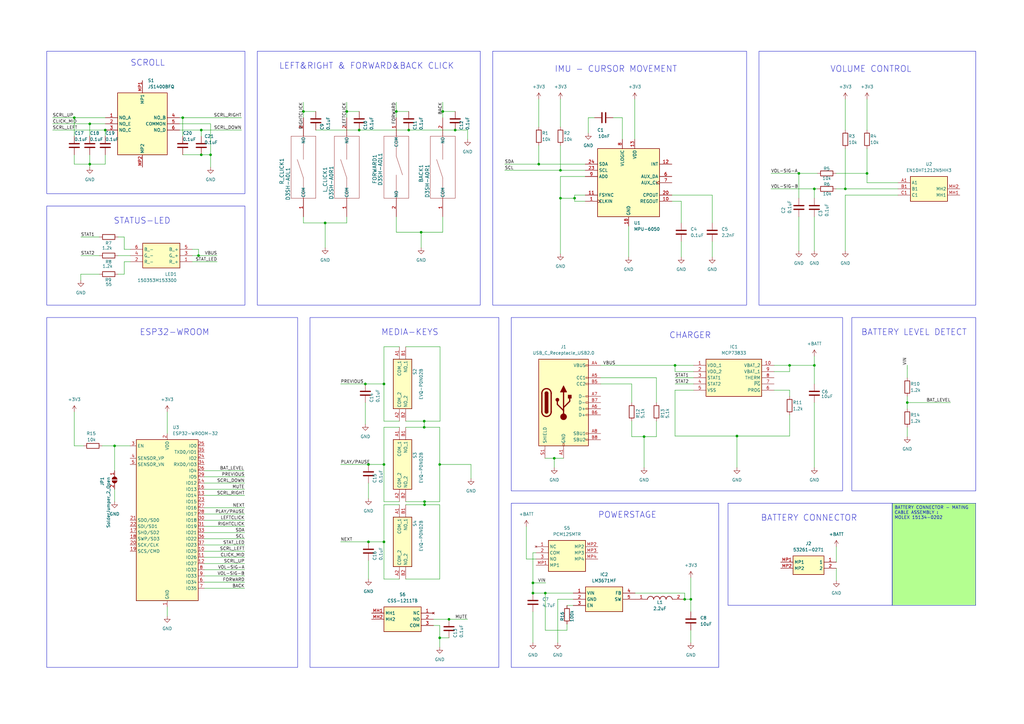
<source format=kicad_sch>
(kicad_sch (version 20230121) (generator eeschema)
  (paper "A3")
  (title_block (title "Lazy Mouse V1") (date "2023-09-21"))
  (lib_symbols
    (symbol "Connector:USB_C_Receptacle_USB2.0" (pin_names (offset 1.016))
      (property "Reference" "J" (at -10.16 19.05 0))
      (property "Value" "USB_C_Receptacle_USB2.0" (at 19.05 19.05 0))
      (symbol "USB_C_Receptacle_USB2.0_1_1"
        (pin passive line (at 0 -22.86 90) (length 5.08) (name "GND") (number "A1"))
        (pin passive line (at 0 -22.86 90) (length 5.08) hide (name "GND") (number "A12"))
        (pin passive line (at 15.24 15.24 180) (length 5.08) (name "VBUS") (number "A4"))
        (pin bidirectional line (at 15.24 10.16 180) (length 5.08) (name "CC1") (number "A5"))
        (pin bidirectional line (at 15.24 -2.54 180) (length 5.08) (name "D+") (number "A6"))
        (pin bidirectional line (at 15.24 2.54 180) (length 5.08) (name "D-") (number "A7"))
        (pin bidirectional line (at 15.24 -12.7 180) (length 5.08) (name "SBU1") (number "A8"))
        (pin passive line (at 15.24 15.24 180) (length 5.08) hide (name "VBUS") (number "A9"))
        (pin passive line (at 0 -22.86 90) (length 5.08) hide (name "GND") (number "B1"))
        (pin passive line (at 0 -22.86 90) (length 5.08) hide (name "GND") (number "B12"))
        (pin passive line (at 15.24 15.24 180) (length 5.08) hide (name "VBUS") (number "B4"))
        (pin bidirectional line (at 15.24 7.62 180) (length 5.08) (name "CC2") (number "B5"))
        (pin bidirectional line (at 15.24 -5.08 180) (length 5.08) (name "D+") (number "B6"))
        (pin bidirectional line (at 15.24 0 180) (length 5.08) (name "D-") (number "B7"))
        (pin bidirectional line (at 15.24 -15.24 180) (length 5.08) (name "SBU2") (number "B8"))
        (pin passive line (at 15.24 15.24 180) (length 5.08) hide (name "VBUS") (number "B9"))
        (pin passive line (at -7.62 -22.86 90) (length 5.08) (name "SHIELD") (number "S1"))
      )
    )
    (symbol "D3SH-A0L1:D3SH-A0L1" (pin_names (offset 0.254))
      (property "Reference" "U" (at 20.32 10.16 0))
      (property "Value" "D3SH-A0L1" (at 20.32 7.62 0))
      (symbol "D3SH-A0L1_0_1"
        (pin unspecified line (at 0 0 0) (length 7.62) (name "COM") (number "1"))
        (pin unspecified line (at 40.64 0 180) (length 7.62) (name "NO") (number "2"))
      )
    )
    (symbol "D3SH-A0R1:D3SH-A0R1" (pin_names (offset 0.254))
      (property "Reference" "U" (at 20.32 10.16 0))
      (property "Value" "D3SH-A0R1" (at 20.32 7.62 0))
      (symbol "D3SH-A0R1_0_1"
        (pin unspecified line (at 0 0 0) (length 7.62) (name "COM") (number "1"))
        (pin unspecified line (at 40.64 0 180) (length 7.62) (name "NO") (number "2"))
      )
    )
    (symbol "Device:C" (pin_numbers hide) (pin_names (offset 0.254))
      (property "Reference" "C" (at 0.635 2.54 0))
      (property "Value" "C" (at 0.635 -2.54 0))
      (symbol "C_1_1"
        (pin passive line (at 0 3.81 270) (length 2.794) (name "~") (number "1"))
        (pin passive line (at 0 -3.81 90) (length 2.794) (name "~") (number "2"))
      )
    )
    (symbol "Device:R" (pin_numbers hide) (pin_names (offset 0))
      (property "Reference" "R" (at 2.032 0 90))
      (property "Value" "R" (at 0 0 90))
      (symbol "R_1_1"
        (pin passive line (at 0 3.81 270) (length 1.27) (name "~") (number "1"))
        (pin passive line (at 0 -3.81 90) (length 1.27) (name "~") (number "2"))
      )
    )
    (symbol "Jumper:SolderJumper_2_Open" (pin_names (offset 0) hide)
      (property "Reference" "JP" (at 0 2.032 0))
      (property "Value" "SolderJumper_2_Open" (at 0 -2.54 0))
      (symbol "SolderJumper_2_Open_1_1"
        (pin passive line (at -3.81 0 0) (length 2.54) (name "A") (number "1"))
        (pin passive line (at 3.81 0 180) (length 2.54) (name "B") (number "2"))
      )
    )
    (symbol "RF_Module:ESP32-WROOM-32"
      (property "Reference" "U" (at -12.7 34.29 0))
      (property "Value" "ESP32-WROOM-32" (at 1.27 34.29 0))
      (symbol "ESP32-WROOM-32_1_1"
        (pin power_in line (at 0 -35.56 90) (length 2.54) (name "GND") (number "1"))
        (pin bidirectional line (at 15.24 -12.7 180) (length 2.54) (name "IO25") (number "10"))
        (pin bidirectional line (at 15.24 -15.24 180) (length 2.54) (name "IO26") (number "11"))
        (pin bidirectional line (at 15.24 -17.78 180) (length 2.54) (name "IO27") (number "12"))
        (pin bidirectional line (at 15.24 10.16 180) (length 2.54) (name "IO14") (number "13"))
        (pin bidirectional line (at 15.24 15.24 180) (length 2.54) (name "IO12") (number "14"))
        (pin passive line (at 0 -35.56 90) (length 2.54) hide (name "GND") (number "15"))
        (pin bidirectional line (at 15.24 12.7 180) (length 2.54) (name "IO13") (number "16"))
        (pin bidirectional line (at -15.24 -5.08 0) (length 2.54) (name "SHD/SD2") (number "17"))
        (pin bidirectional line (at -15.24 -7.62 0) (length 2.54) (name "SWP/SD3") (number "18"))
        (pin bidirectional line (at -15.24 -12.7 0) (length 2.54) (name "SCS/CMD") (number "19"))
        (pin power_in line (at 0 35.56 270) (length 2.54) (name "VDD") (number "2"))
        (pin bidirectional line (at -15.24 -10.16 0) (length 2.54) (name "SCK/CLK") (number "20"))
        (pin bidirectional line (at -15.24 0 0) (length 2.54) (name "SDO/SD0") (number "21"))
        (pin bidirectional line (at -15.24 -2.54 0) (length 2.54) (name "SDI/SD1") (number "22"))
        (pin bidirectional line (at 15.24 7.62 180) (length 2.54) (name "IO15") (number "23"))
        (pin bidirectional line (at 15.24 25.4 180) (length 2.54) (name "IO2") (number "24"))
        (pin bidirectional line (at 15.24 30.48 180) (length 2.54) (name "IO0") (number "25"))
        (pin bidirectional line (at 15.24 20.32 180) (length 2.54) (name "IO4") (number "26"))
        (pin bidirectional line (at 15.24 5.08 180) (length 2.54) (name "IO16") (number "27"))
        (pin bidirectional line (at 15.24 2.54 180) (length 2.54) (name "IO17") (number "28"))
        (pin bidirectional line (at 15.24 17.78 180) (length 2.54) (name "IO5") (number "29"))
        (pin input line (at -15.24 30.48 0) (length 2.54) (name "EN") (number "3"))
        (pin bidirectional line (at 15.24 0 180) (length 2.54) (name "IO18") (number "30"))
        (pin bidirectional line (at 15.24 -2.54 180) (length 2.54) (name "IO19") (number "31"))
        (pin no_connect line (at -12.7 -27.94 0) (length 2.54) hide (name "NC") (number "32"))
        (pin bidirectional line (at 15.24 -5.08 180) (length 2.54) (name "IO21") (number "33"))
        (pin bidirectional line (at 15.24 22.86 180) (length 2.54) (name "RXD0/IO3") (number "34"))
        (pin bidirectional line (at 15.24 27.94 180) (length 2.54) (name "TXD0/IO1") (number "35"))
        (pin bidirectional line (at 15.24 -7.62 180) (length 2.54) (name "IO22") (number "36"))
        (pin bidirectional line (at 15.24 -10.16 180) (length 2.54) (name "IO23") (number "37"))
        (pin passive line (at 0 -35.56 90) (length 2.54) hide (name "GND") (number "38"))
        (pin passive line (at 0 -35.56 90) (length 2.54) hide (name "GND") (number "39"))
        (pin input line (at -15.24 25.4 0) (length 2.54) (name "SENSOR_VP") (number "4"))
        (pin input line (at -15.24 22.86 0) (length 2.54) (name "SENSOR_VN") (number "5"))
        (pin input line (at 15.24 -25.4 180) (length 2.54) (name "IO34") (number "6"))
        (pin input line (at 15.24 -27.94 180) (length 2.54) (name "IO35") (number "7"))
        (pin bidirectional line (at 15.24 -20.32 180) (length 2.54) (name "IO32") (number "8"))
        (pin bidirectional line (at 15.24 -22.86 180) (length 2.54) (name "IO33") (number "9"))
      )
    )
    (symbol "SamacSys_Parts:150353M153300"
      (property "Reference" "LED" (at 21.59 7.62 0))
      (property "Value" "150353M153300" (at 21.59 5.08 0))
      (symbol "150353M153300_1_1"
        (pin passive line (at 0 0 0) (length 5.08) (name "R_+") (number "1"))
        (pin passive line (at 25.4 0 180) (length 5.08) (name "R_-") (number "2"))
        (pin passive line (at 0 -2.54 0) (length 5.08) (name "G_+") (number "3"))
        (pin passive line (at 25.4 -2.54 180) (length 5.08) (name "G_-") (number "4"))
        (pin passive line (at 0 -5.08 0) (length 5.08) (name "B_+") (number "5"))
        (pin passive line (at 25.4 -5.08 180) (length 5.08) (name "B_-") (number "6"))
      )
    )
    (symbol "SamacSys_Parts:53261-0271"
      (property "Reference" "J" (at 19.05 7.62 0))
      (property "Value" "53261-0271" (at 19.05 5.08 0))
      (symbol "53261-0271_1_1"
        (pin passive line (at 0 -2.54 0) (length 5.08) (name "1") (number "1"))
        (pin passive line (at 0 0 0) (length 5.08) (name "2") (number "2"))
        (pin passive line (at 22.86 -2.54 180) (length 5.08) (name "MP1") (number "MP1"))
        (pin passive line (at 22.86 0 180) (length 5.08) (name "MP2") (number "MP2"))
      )
    )
    (symbol "SamacSys_Parts:CSS-1211TB"
      (property "Reference" "S" (at 21.59 7.62 0))
      (property "Value" "CSS-1211TB" (at 21.59 5.08 0))
      (symbol "CSS-1211TB_1_1"
        (pin no_connect line (at 25.4 0 180) (length 5.08) (name "NC") (number "1"))
        (pin passive line (at 25.4 -2.54 180) (length 5.08) (name "NO") (number "2"))
        (pin passive line (at 25.4 -5.08 180) (length 5.08) (name "COM") (number "3"))
        (pin passive line (at 0 0 0) (length 5.08) (name "MH1") (number "MH1"))
        (pin passive line (at 0 -2.54 0) (length 5.08) (name "MH2") (number "MH2"))
      )
    )
    (symbol "SamacSys_Parts:EN10HT1212N5HH3"
      (property "Reference" "U3" (at 0 9.906 0))
      (property "Value" "EN10HT1212N5HH3" (at 0 7.366 0))
      (symbol "EN10HT1212N5HH3_1_1"
        (pin passive line (at -12.7 2.54 0) (length 5.08) (name "A1") (number "A1"))
        (pin passive line (at -12.7 0 0) (length 5.08) (name "B1") (number "B1"))
        (pin passive line (at -12.7 -2.54 0) (length 5.08) (name "C1") (number "C1"))
        (pin passive line (at 12.7 -2.54 180) (length 5.08) (name "MH1") (number "MH1"))
        (pin passive line (at 12.7 0 180) (length 5.08) (name "MH2") (number "MH2"))
      )
    )
    (symbol "SamacSys_Parts:EVQ-P0N02B"
      (property "Reference" "S" (at 26.67 7.62 0))
      (property "Value" "EVQ-P0N02B" (at 26.67 5.08 0))
      (symbol "EVQ-P0N02B_1_1"
        (pin passive line (at 0 -2.54 0) (length 5.08) (name "COM_1") (number "A1"))
        (pin passive line (at 30.48 -2.54 180) (length 5.08) (name "COM_2") (number "A2"))
        (pin passive line (at 0 0 0) (length 5.08) (name "NO_1") (number "B1"))
        (pin passive line (at 30.48 0 180) (length 5.08) (name "NO_2") (number "B2"))
      )
    )
    (symbol "SamacSys_Parts:JS1400BFQ"
      (property "Reference" "S" (at 26.67 15.24 0))
      (property "Value" "JS1400BFQ" (at 26.67 12.7 0))
      (symbol "JS1400BFQ_1_1"
        (pin passive line (at 0 0 0) (length 5.08) (name "NO_A") (number "1"))
        (pin passive line (at 0 -2.54 0) (length 5.08) (name "NO_E") (number "2"))
        (pin passive line (at 0 -5.08 0) (length 5.08) (name "NO_C") (number "3"))
        (pin passive line (at 30.48 0 180) (length 5.08) (name "NO_B") (number "4"))
        (pin passive line (at 30.48 -2.54 180) (length 5.08) (name "COMMON") (number "5"))
        (pin passive line (at 30.48 -5.08 180) (length 5.08) (name "NO_D") (number "6"))
        (pin passive line (at 15.24 15.24 270) (length 5.08) (name "MP1") (number "MP1"))
        (pin passive line (at 15.24 -20.32 90) (length 5.08) (name "MP2") (number "MP2"))
      )
    )
    (symbol "SamacSys_Parts:LM3671MF-1.25_NOPB"
      (property "Reference" "IC" (at 21.59 7.62 0))
      (property "Value" "LM3671MF-1.25_NOPB" (at 21.59 5.08 0))
      (symbol "LM3671MF-1.25_NOPB_1_1"
        (pin input line (at 0 0 0) (length 5.08) (name "VIN") (number "1"))
        (pin power_in line (at 0 -2.54 0) (length 5.08) (name "GND") (number "2"))
        (pin passive line (at 0 -5.08 0) (length 5.08) (name "EN") (number "3"))
        (pin passive line (at 25.4 0 180) (length 5.08) (name "FB") (number "4"))
        (pin passive line (at 25.4 -2.54 180) (length 5.08) (name "SW") (number "5"))
      )
    )
    (symbol "SamacSys_Parts:MCP73833-FCI_UN"
      (property "Reference" "IC" (at 29.21 7.62 0))
      (property "Value" "MCP73833-FCI_UN" (at 29.21 5.08 0))
      (symbol "MCP73833-FCI_UN_1_1"
        (pin passive line (at 0 0 0) (length 5.08) (name "VDD_1") (number "1"))
        (pin passive line (at 33.02 0 180) (length 5.08) (name "VBAT_2") (number "10"))
        (pin passive line (at 0 -2.54 0) (length 5.08) (name "VDD_2") (number "2"))
        (pin passive line (at 0 -5.08 0) (length 5.08) (name "STAT1") (number "3"))
        (pin passive line (at 0 -7.62 0) (length 5.08) (name "STAT2") (number "4"))
        (pin passive line (at 0 -10.16 0) (length 5.08) (name "VSS") (number "5"))
        (pin passive line (at 33.02 -10.16 180) (length 5.08) (name "PROG") (number "6"))
        (pin passive line (at 33.02 -7.62 180) (length 5.08) (name "~{PG}") (number "7"))
        (pin passive line (at 33.02 -5.08 180) (length 5.08) (name "THERM") (number "8"))
        (pin passive line (at 33.02 -2.54 180) (length 5.08) (name "VBAT_1") (number "9"))
      )
    )
    (symbol "SamacSys_Parts:NRH2412T2R2MNGH" (pin_names hide)
      (property "Reference" "L" (at 16.51 6.35 0))
      (property "Value" "NRH2412T2R2MNGH" (at 16.51 3.81 0))
      (symbol "NRH2412T2R2MNGH_1_1"
        (pin passive line (at 0 0 0) (length 5.08) (name "1") (number "1"))
        (pin passive line (at 20.32 0 180) (length 5.08) (name "2") (number "2"))
      )
    )
    (symbol "SamacSys_Parts:PCM12SMTR"
      (property "Reference" "S" (at 21.59 7.62 0))
      (property "Value" "PCM12SMTR" (at 21.59 5.08 0))
      (symbol "PCM12SMTR_1_1"
        (pin no_connect line (at 0 0 0) (length 5.08) (name "NC") (number "1"))
        (pin passive line (at 0 -2.54 0) (length 5.08) (name "COM") (number "2"))
        (pin passive line (at 0 -5.08 0) (length 5.08) (name "NO") (number "3"))
        (pin passive line (at 0 -7.62 0) (length 5.08) (name "MP1") (number "MP1"))
        (pin passive line (at 25.4 0 180) (length 5.08) (name "MP2") (number "MP2"))
        (pin passive line (at 25.4 -2.54 180) (length 5.08) (name "MP3") (number "MP3"))
        (pin passive line (at 25.4 -5.08 180) (length 5.08) (name "MP4") (number "MP4"))
      )
    )
    (symbol "Sensor_Motion:MPU-6050"
      (property "Reference" "U" (at -11.43 13.97 0))
      (property "Value" "MPU-6050" (at 7.62 -15.24 0))
      (symbol "MPU-6050_0_0"
        (text "" (at 12.7 -2.54 0) (effects (font (size 1.27 1.27))))
      )
      (symbol "MPU-6050_1_1"
        (pin input clock (at -17.78 -7.62 0) (length 5.08) (name "CLKIN") (number "1"))
        (pin passive line (at 17.78 -7.62 180) (length 5.08) (name "REGOUT") (number "10"))
        (pin input line (at -17.78 -5.08 0) (length 5.08) (name "FSYNC") (number "11"))
        (pin output line (at 17.78 7.62 180) (length 5.08) (name "INT") (number "12"))
        (pin power_in line (at 2.54 17.78 270) (length 3.81) (name "VDD") (number "13"))
        (pin no_connect line (at -12.7 -10.16 0) (length 2.54) hide (name "NC") (number "14"))
        (pin no_connect line (at 12.7 12.7 180) (length 2.54) hide (name "NC") (number "15"))
        (pin no_connect line (at 12.7 10.16 180) (length 2.54) hide (name "NC") (number "16"))
        (pin no_connect line (at 12.7 5.08 180) (length 2.54) hide (name "NC") (number "17"))
        (pin power_in line (at 0 -17.78 90) (length 3.81) (name "GND") (number "18"))
        (pin no_connect line (at 12.7 -10.16 180) (length 2.54) hide (name "RESV") (number "19"))
        (pin no_connect line (at -12.7 12.7 0) (length 2.54) hide (name "NC") (number "2"))
        (pin passive line (at 17.78 -5.08 180) (length 5.08) (name "CPOUT") (number "20"))
        (pin no_connect line (at 12.7 -2.54 180) (length 2.54) hide (name "RESV") (number "21"))
        (pin no_connect line (at 12.7 -12.7 180) (length 2.54) hide (name "RESV") (number "22"))
        (pin input line (at -17.78 5.08 0) (length 5.08) (name "SCL") (number "23"))
        (pin bidirectional line (at -17.78 7.62 0) (length 5.08) (name "SDA") (number "24"))
        (pin no_connect line (at -12.7 10.16 0) (length 2.54) hide (name "NC") (number "3"))
        (pin no_connect line (at -12.7 0 0) (length 2.54) hide (name "NC") (number "4"))
        (pin no_connect line (at -12.7 -2.54 0) (length 2.54) hide (name "NC") (number "5"))
        (pin bidirectional line (at 17.78 2.54 180) (length 5.08) (name "AUX_DA") (number "6"))
        (pin output clock (at 17.78 0 180) (length 5.08) (name "AUX_CL") (number "7"))
        (pin power_in line (at -2.54 17.78 270) (length 3.81) (name "VLOGIC") (number "8"))
        (pin input line (at -17.78 2.54 0) (length 5.08) (name "AD0") (number "9"))
      )
    )
    (symbol "power:+3V3" (power) (pin_names (offset 0))
      (property "Value" "+3V3" (at 0 3.556 0))
      (symbol "+3V3_1_1"
        (pin power_in line (at 0 0 90) (length 0) hide (name "+3V3") (number "1"))
      )
    )
    (symbol "power:+BATT" (power) (pin_names (offset 0))
      (property "Value" "+BATT" (at 0 3.556 0))
      (symbol "+BATT_1_1"
        (pin power_in line (at 0 0 90) (length 0) hide (name "+BATT") (number "1"))
      )
    )
    (symbol "power:GND" (power) (pin_names (offset 0))
      (property "Value" "GND" (at 0 -3.81 0))
      (symbol "GND_1_1"
        (pin power_in line (at 0 0 270) (length 0) hide (name "GND") (number "1"))
      )
    )
  )
  (junction (at 186.69 53.34))
  (junction (at 30.48 48.26))
  (junction (at 355.6 71.12))
  (junction (at 327.66 71.12))
  (junction (at 162.56 45.72))
  (junction (at 220.98 67.31))
  (junction (at 172.72 95.25))
  (junction (at 167.64 53.34))
  (junction (at 223.6603 243.2541))
  (junction (at 334.01 77.47))
  (junction (at 151.13 190.5))
  (junction (at 36.83 67.31))
  (junction (at 180.34 190.5))
  (junction (at 218.5803 243.2541))
  (junction (at 82.55 63.5))
  (junction (at 133.35 91.44))
  (junction (at 157.48 157.48))
  (junction (at 227.33 187.96))
  (junction (at 184.15 254))
  (junction (at 264.16 179.07))
  (junction (at 43.18 53.34))
  (junction (at 74.93 48.26))
  (junction (at 180.34 261.62))
  (junction (at 323.85 149.86))
  (junction (at 276.86 149.86))
  (junction (at 147.32 53.34))
  (junction (at 280.8103 245.7941))
  (junction (at 229.87 69.85))
  (junction (at 173.99 172.72))
  (junction (at 174.1303 205.74))
  (junction (at 302.26 178.8369))
  (junction (at 46.99 182.88))
  (junction (at 157.48 222.25))
  (junction (at 36.83 50.8))
  (junction (at 86.36 63.5))
  (junction (at 346.71 77.47))
  (junction (at 151.13 222.25))
  (junction (at 157.48 190.5))
  (junction (at 81.4203 104.8241))
  (junction (at 218.5803 239.0768))
  (junction (at 174.1303 207.01))
  (junction (at 235.6559 81.28))
  (junction (at 173.99 175.26))
  (junction (at 334.01 149.86))
  (junction (at 149.86 157.48))
  (junction (at 372.11 165.1))
  (junction (at 142.24 45.72))
  (junction (at 181.61 45.72))
  (junction (at 283.3503 245.7941))
  (junction (at 229.87 81.28))
  (junction (at 82.55 53.34))
  (junction (at 124.46 45.72))
  (wire (pts (xy 227.33 191.77) (xy 227.33 187.96)))
  (wire (pts (xy 33.1603 114.9841) (xy 33.1603 112.4441)))
  (wire (pts (xy 151.13 237.49) (xy 151.13 229.87)))
  (wire (pts (xy 191.77 254) (xy 184.15 254)))
  (wire (pts (xy 83.82 215.9) (xy 100.33 215.9)))
  (wire (pts (xy 30.48 48.26) (xy 43.18 48.26)))
  (wire (pts (xy 180.34 261.62) (xy 184.15 261.62)))
  (wire (pts (xy 174.1303 207.01) (xy 180.34 207.01)))
  (wire (pts (xy 147.32 53.34) (xy 167.64 53.34)))
  (wire (pts (xy 36.83 63.5) (xy 36.83 67.31)))
  (wire (pts (xy 83.82 220.98) (xy 100.33 220.98)))
  (wire (pts (xy 355.6 60.96) (xy 355.6 71.12)))
  (wire (pts (xy 275.59 80.01) (xy 292.1 80.01)))
  (wire (pts (xy 264.16 179.07) (xy 269.24 179.07)))
  (wire (pts (xy 36.83 68.58) (xy 36.83 67.31)))
  (wire (pts (xy 215.9 215.9648) (xy 215.9 229.2841)))
  (wire (pts (xy 323.85 149.86) (xy 323.85 152.4)))
  (wire (pts (xy 229.87 81.28) (xy 229.87 104.14)))
  (wire (pts (xy 73.66 48.26) (xy 74.93 48.26)))
  (wire (pts (xy 372.11 151.0704) (xy 372.11 154.94)))
  (wire (pts (xy 257.81 92.71) (xy 257.81 105.41)))
  (wire (pts (xy 246.38 149.86) (xy 276.86 149.86)))
  (wire (pts (xy 162.56 41.91) (xy 162.56 45.72)))
  (wire (pts (xy 81.4203 104.8241) (xy 78.8803 104.8241)))
  (wire (pts (xy 343.0403 238.1741) (xy 343.0403 233.0941)))
  (wire (pts (xy 166.37 175.26) (xy 173.99 175.26)))
  (wire (pts (xy 50.9403 107.3641) (xy 53.4803 107.3641)))
  (wire (pts (xy 83.82 198.12) (xy 100.33 198.12)))
  (wire (pts (xy 86.36 50.8) (xy 86.36 63.5)))
  (wire (pts (xy 251.46 48.26) (xy 255.27 48.26)))
  (wire (pts (xy 36.83 50.8) (xy 36.83 55.88)))
  (wire (pts (xy 142.24 91.44) (xy 142.24 88.9)))
  (wire (pts (xy 167.64 53.34) (xy 186.69 53.34)))
  (wire (pts (xy 157.48 237.49) (xy 157.48 222.25)))
  (wire (pts (xy 166.37 205.74) (xy 174.1303 205.74)))
  (wire (pts (xy 157.48 172.72) (xy 163.83 172.72)))
  (wire (pts (xy 220.98 67.31) (xy 240.03 67.31)))
  (wire (pts (xy 180.34 205.74) (xy 174.1303 205.74)))
  (wire (pts (xy 223.8371 239.0768) (xy 218.5803 239.0768)))
  (wire (pts (xy 157.48 142.24) (xy 157.48 157.48)))
  (wire (pts (xy 83.82 208.28) (xy 100.33 208.28)))
  (wire (pts (xy 83.82 203.2) (xy 100.33 203.2)))
  (wire (pts (xy 133.35 91.44) (xy 124.46 91.44)))
  (wire (pts (xy 343.0403 224.2041) (xy 343.0403 230.5541)))
  (wire (pts (xy 334.01 165.1) (xy 334.01 191.77)))
  (wire (pts (xy 166.37 207.01) (xy 174.1303 207.01)))
  (wire (pts (xy 124.46 88.9) (xy 124.46 91.44)))
  (wire (pts (xy 133.35 91.44) (xy 142.24 91.44)))
  (wire (pts (xy 157.48 175.26) (xy 157.48 190.5)))
  (wire (pts (xy 83.82 223.52) (xy 100.33 223.52)))
  (wire (pts (xy 124.46 45.72) (xy 129.54 45.72)))
  (wire (pts (xy 180.34 190.5) (xy 180.34 205.74)))
  (wire (pts (xy 83.82 210.82) (xy 100.33 210.82)))
  (wire (pts (xy 246.38 157.48) (xy 259.08 157.48)))
  (wire (pts (xy 162.56 88.9) (xy 162.56 95.25)))
  (wire (pts (xy 229.87 59.69) (xy 229.87 69.85)))
  (wire (pts (xy 180.34 261.62) (xy 180.34 265.43)))
  (wire (pts (xy 280.8103 245.7941) (xy 283.3503 245.7941)))
  (wire (pts (xy 280.8103 243.2541) (xy 280.8103 245.7941)))
  (wire (pts (xy 100.33 236.22) (xy 83.82 236.22)))
  (wire (pts (xy 372.11 165.1) (xy 372.11 162.56)))
  (wire (pts (xy 41.91 182.88) (xy 46.99 182.88)))
  (wire (pts (xy 162.56 95.25) (xy 172.72 95.25)))
  (wire (pts (xy 139.7 190.5) (xy 151.13 190.5)))
  (wire (pts (xy 276.86 154.94) (xy 284.48 154.94)))
  (wire (pts (xy 173.99 172.72) (xy 180.4803 172.72)))
  (wire (pts (xy 260.35 40.64) (xy 260.35 57.15)))
  (wire (pts (xy 33.1603 97.2041) (xy 40.7803 97.2041)))
  (wire (pts (xy 30.48 182.88) (xy 34.29 182.88)))
  (wire (pts (xy 98.5252 193.0411) (xy 100.109 193.0411)))
  (wire (pts (xy 50.9403 97.2041) (xy 50.9403 102.2841)))
  (wire (pts (xy 82.55 53.34) (xy 99.06 53.34)))
  (wire (pts (xy 276.86 157.48) (xy 284.48 157.48)))
  (wire (pts (xy 166.37 142.24) (xy 180.4803 142.24)))
  (wire (pts (xy 184.15 254) (xy 177.8 254)))
  (wire (pts (xy 259.08 179.07) (xy 264.16 179.07)))
  (wire (pts (xy 100.33 200.66) (xy 83.82 200.66)))
  (wire (pts (xy 269.24 154.94) (xy 269.24 165.1)))
  (wire (pts (xy 269.24 179.07) (xy 269.24 172.72)))
  (wire (pts (xy 157.48 190.5) (xy 157.48 205.74)))
  (wire (pts (xy 133.35 91.44) (xy 133.35 101.6)))
  (wire (pts (xy 355.6 74.93) (xy 368.3 74.93)))
  (wire (pts (xy 334.01 146.05) (xy 334.01 149.86)))
  (wire (pts (xy 275.59 82.55) (xy 279.4 82.55)))
  (wire (pts (xy 232.5503 255.9541) (xy 232.5503 258.4941)))
  (wire (pts (xy 276.86 149.86) (xy 284.48 149.86)))
  (wire (pts (xy 316.23 71.12) (xy 327.66 71.12)))
  (wire (pts (xy 279.4 99.06) (xy 279.4 105.41)))
  (wire (pts (xy 240.03 72.39) (xy 229.87 72.39)))
  (wire (pts (xy 46.99 193.04) (xy 46.99 182.88)))
  (wire (pts (xy 284.48 152.4) (xy 276.86 152.4)))
  (wire (pts (xy 163.83 175.26) (xy 157.48 175.26)))
  (wire (pts (xy 207.01 67.31) (xy 220.98 67.31)))
  (wire (pts (xy 89.0403 107.3641) (xy 78.8803 107.3641)))
  (wire (pts (xy 218.5803 239.0768) (xy 218.5803 243.2541)))
  (wire (pts (xy 355.6 71.12) (xy 355.6 74.93)))
  (wire (pts (xy 163.83 142.24) (xy 157.48 142.24)))
  (wire (pts (xy 346.71 80.01) (xy 346.71 102.87)))
  (wire (pts (xy 235.6559 80.01) (xy 235.6559 81.28)))
  (wire (pts (xy 68.58 252.73) (xy 68.58 248.92)))
  (wire (pts (xy 180.34 175.26) (xy 180.34 190.5)))
  (wire (pts (xy 173.99 175.26) (xy 180.34 175.26)))
  (wire (pts (xy 50.9403 112.4441) (xy 50.9403 107.3641)))
  (wire (pts (xy 151.13 190.5) (xy 157.48 190.5)))
  (wire (pts (xy 372.1167 151.0704) (xy 372.1167 149.7759)))
  (wire (pts (xy 372.11 167.64) (xy 372.11 165.1)))
  (wire (pts (xy 276.86 160.02) (xy 276.86 178.8369)))
  (wire (pts (xy 46.99 182.88) (xy 53.34 182.88)))
  (wire (pts (xy 30.48 48.26) (xy 30.48 55.88)))
  (wire (pts (xy 83.82 195.58) (xy 100.33 195.58)))
  (wire (pts (xy 323.85 178.8369) (xy 323.85 170.18)))
  (wire (pts (xy 129.54 53.34) (xy 147.32 53.34)))
  (wire (pts (xy 229.87 72.39) (xy 229.87 81.28)))
  (wire (pts (xy 220.98 59.69) (xy 220.98 67.31)))
  (wire (pts (xy 372.11 165.1) (xy 389.89 165.1)))
  (wire (pts (xy 142.24 45.72) (xy 147.32 45.72)))
  (wire (pts (xy 317.5 149.86) (xy 323.85 149.86)))
  (wire (pts (xy 139.7 157.48) (xy 149.86 157.48)))
  (wire (pts (xy 372.11 175.26) (xy 372.11 179.07)))
  (wire (pts (xy 283.3503 245.7941) (xy 283.3503 250.8741)))
  (wire (pts (xy 223.52 187.96) (xy 227.33 187.96)))
  (wire (pts (xy 260.4903 243.2541) (xy 280.8103 243.2541)))
  (wire (pts (xy 73.66 50.8) (xy 86.36 50.8)))
  (wire (pts (xy 346.71 60.96) (xy 346.71 77.47)))
  (wire (pts (xy 50.9403 102.2841) (xy 53.4803 102.2841)))
  (wire (pts (xy 142.24 45.72) (xy 142.24 48.26)))
  (wire (pts (xy 264.16 191.77) (xy 264.16 179.07)))
  (wire (pts (xy 223.6603 243.2541) (xy 235.0903 243.2541)))
  (wire (pts (xy 229.87 81.28) (xy 235.6559 81.28)))
  (wire (pts (xy 232.5503 258.4941) (xy 223.6603 258.4941)))
  (wire (pts (xy 21.59 50.8) (xy 36.83 50.8)))
  (wire (pts (xy 89.0403 104.8241) (xy 81.4203 104.8241)))
  (wire (pts (xy 181.61 45.72) (xy 186.69 45.72)))
  (wire (pts (xy 173.99 172.72) (xy 173.99 175.26)))
  (wire (pts (xy 43.18 67.31) (xy 43.18 63.5)))
  (wire (pts (xy 259.08 172.72) (xy 259.08 179.07)))
  (wire (pts (xy 218.5803 243.2541) (xy 223.6603 243.2541)))
  (wire (pts (xy 292.1 80.01) (xy 292.1 91.44)))
  (wire (pts (xy 46.99 205.74) (xy 46.99 200.66)))
  (wire (pts (xy 36.83 67.31) (xy 43.18 67.31)))
  (wire (pts (xy 82.55 63.5) (xy 86.36 63.5)))
  (wire (pts (xy 220.98 40.64) (xy 220.98 52.07)))
  (wire (pts (xy 98.5252 193.0411) (xy 98.5252 193.04)))
  (wire (pts (xy 149.86 157.48) (xy 157.48 157.48)))
  (wire (pts (xy 180.34 190.5) (xy 193.1803 190.5)))
  (wire (pts (xy 33.1603 104.8241) (xy 40.7803 104.8241)))
  (wire (pts (xy 81.4203 102.2841) (xy 78.8803 102.2841)))
  (wire (pts (xy 207.01 69.85) (xy 229.87 69.85)))
  (wire (pts (xy 83.82 218.44) (xy 100.33 218.44)))
  (wire (pts (xy 323.85 152.4) (xy 317.5 152.4)))
  (wire (pts (xy 218.5803 226.7441) (xy 219.8503 226.7441)))
  (wire (pts (xy 151.13 204.47) (xy 151.13 198.12)))
  (wire (pts (xy 327.66 88.9) (xy 327.66 102.87)))
  (wire (pts (xy 186.69 53.34) (xy 191.77 53.34)))
  (wire (pts (xy 33.1603 112.4441) (xy 40.7803 112.4441)))
  (wire (pts (xy 100.33 233.68) (xy 83.82 233.68)))
  (wire (pts (xy 342.9 77.47) (xy 346.71 77.47)))
  (wire (pts (xy 74.93 48.26) (xy 74.93 55.88)))
  (wire (pts (xy 355.6 40.64) (xy 355.6 53.34)))
  (wire (pts (xy 229.87 69.85) (xy 240.03 69.85)))
  (wire (pts (xy 223.6603 243.2541) (xy 223.6603 258.4941)))
  (wire (pts (xy 316.23 77.47) (xy 334.01 77.47)))
  (wire (pts (xy 227.33 187.96) (xy 231.14 187.96)))
  (wire (pts (xy 73.66 53.34) (xy 82.55 53.34)))
  (wire (pts (xy 346.71 77.47) (xy 368.3 77.47)))
  (wire (pts (xy 172.72 95.25) (xy 181.61 95.25)))
  (wire (pts (xy 259.08 157.48) (xy 259.08 165.1)))
  (wire (pts (xy 180.34 207.01) (xy 180.34 237.49)))
  (wire (pts (xy 317.5 160.02) (xy 323.85 160.02)))
  (wire (pts (xy 30.48 67.31) (xy 36.83 67.31)))
  (wire (pts (xy 181.61 41.91) (xy 181.61 45.72)))
  (wire (pts (xy 74.93 48.26) (xy 99.06 48.26)))
  (wire (pts (xy 334.01 77.47) (xy 335.28 77.47)))
  (wire (pts (xy 172.72 95.25) (xy 172.72 101.6)))
  (wire (pts (xy 334.01 81.28) (xy 334.01 77.47)))
  (wire (pts (xy 302.26 178.8369) (xy 323.85 178.8369)))
  (wire (pts (xy 346.71 80.01) (xy 368.3 80.01)))
  (wire (pts (xy 149.86 165.1) (xy 149.86 173.99)))
  (wire (pts (xy 30.48 63.5) (xy 30.48 67.31)))
  (wire (pts (xy 302.26 178.8369) (xy 302.26 191.77)))
  (wire (pts (xy 235.6559 81.28) (xy 235.6559 82.55)))
  (wire (pts (xy 246.38 154.94) (xy 269.24 154.94)))
  (wire (pts (xy 157.48 207.01) (xy 157.48 222.25)))
  (wire (pts (xy 276.86 178.8369) (xy 302.26 178.8369)))
  (wire (pts (xy 215.9 229.2841) (xy 219.8503 229.2841)))
  (wire (pts (xy 255.27 48.26) (xy 255.27 57.15)))
  (wire (pts (xy 139.7 222.25) (xy 151.13 222.25)))
  (wire (pts (xy 181.61 88.9) (xy 181.61 95.25)))
  (wire (pts (xy 235.0903 245.7941) (xy 228.7403 245.7941)))
  (wire (pts (xy 124.46 45.72) (xy 124.46 48.26)))
  (wire (pts (xy 98.5252 193.04) (xy 83.82 193.04)))
  (wire (pts (xy 180.4803 142.24) (xy 180.4803 172.72)))
  (wire (pts (xy 157.48 205.74) (xy 163.83 205.74)))
  (wire (pts (xy 334.01 149.86) (xy 323.85 149.86)))
  (wire (pts (xy 50.9403 112.4441) (xy 48.4003 112.4441)))
  (wire (pts (xy 48.4003 104.8241) (xy 53.4803 104.8241)))
  (wire (pts (xy 81.4203 104.8241) (xy 81.4203 102.2841)))
  (wire (pts (xy 83.82 231.14) (xy 100.33 231.14)))
  (wire (pts (xy 229.87 40.64) (xy 229.87 52.07)))
  (wire (pts (xy 232.5503 248.3341) (xy 235.0903 248.3341)))
  (wire (pts (xy 292.1 99.06) (xy 292.1 105.41)))
  (wire (pts (xy 157.48 157.48) (xy 157.48 172.72)))
  (wire (pts (xy 218.5803 226.7441) (xy 218.5803 239.0768)))
  (wire (pts (xy 163.83 207.01) (xy 157.48 207.01)))
  (wire (pts (xy 342.9 71.12) (xy 355.6 71.12)))
  (wire (pts (xy 74.93 63.5) (xy 82.55 63.5)))
  (wire (pts (xy 218.5803 263.5741) (xy 218.5803 250.8741)))
  (wire (pts (xy 181.61 45.72) (xy 181.61 48.26)))
  (wire (pts (xy 151.13 222.25) (xy 157.48 222.25)))
  (wire (pts (xy 334.01 88.9) (xy 334.01 102.87)))
  (wire (pts (xy 283.3503 236.9041) (xy 283.3503 245.7941)))
  (wire (pts (xy 283.3503 263.5741) (xy 283.3503 258.4941)))
  (wire (pts (xy 240.03 80.01) (xy 235.6559 80.01)))
  (wire (pts (xy 83.82 213.36) (xy 100.33 213.36)))
  (wire (pts (xy 68.58 168.91) (xy 68.58 177.8)))
  (wire (pts (xy 279.4 82.55) (xy 279.4 91.44)))
  (wire (pts (xy 346.71 40.64) (xy 346.71 53.34)))
  (wire (pts (xy 162.56 45.72) (xy 162.56 48.26)))
  (wire (pts (xy 83.82 238.76) (xy 100.33 238.76)))
  (wire (pts (xy 30.48 168.91) (xy 30.48 182.88)))
  (wire (pts (xy 177.8 256.54) (xy 180.34 256.54)))
  (wire (pts (xy 124.46 41.91) (xy 124.46 45.72)))
  (wire (pts (xy 180.34 256.54) (xy 180.34 261.62)))
  (wire (pts (xy 193.1803 190.5) (xy 193.1803 196.2641)))
  (wire (pts (xy 235.6559 82.55) (xy 240.03 82.55)))
  (wire (pts (xy 36.83 50.8) (xy 43.18 50.8)))
  (wire (pts (xy 82.55 53.34) (xy 82.55 55.88)))
  (wire (pts (xy 372.1167 151.0704) (xy 372.11 151.0704)))
  (wire (pts (xy 334.01 157.48) (xy 334.01 149.86)))
  (wire (pts (xy 174.1303 205.74) (xy 174.1303 207.01)))
  (wire (pts (xy 83.82 228.6) (xy 100.33 228.6)))
  (wire (pts (xy 83.82 241.3) (xy 100.33 241.3)))
  (wire (pts (xy 21.59 48.26) (xy 30.48 48.26)))
  (wire (pts (xy 243.84 48.26) (xy 241.3 48.26)))
  (wire (pts (xy 162.56 45.72) (xy 167.64 45.72)))
  (wire (pts (xy 83.82 226.06) (xy 100.33 226.06)))
  (wire (pts (xy 191.77 53.34) (xy 191.77 57.15)))
  (wire (pts (xy 142.24 41.91) (xy 142.24 45.72)))
  (wire (pts (xy 86.36 63.5) (xy 86.36 68.58)))
  (wire (pts (xy 276.86 149.86) (xy 276.86 152.4)))
  (wire (pts (xy 276.86 160.02) (xy 284.48 160.02)))
  (wire (pts (xy 241.3 48.26) (xy 241.3 54.61)))
  (wire (pts (xy 166.37 172.72) (xy 173.99 172.72)))
  (wire (pts (xy 43.18 55.88) (xy 43.18 53.34)))
  (wire (pts (xy 157.48 237.49) (xy 163.83 237.49)))
  (wire (pts (xy 180.34 237.49) (xy 166.37 237.49)))
  (wire (pts (xy 228.7403 245.7941) (xy 228.7403 263.5741)))
  (wire (pts (xy 50.9403 97.2041) (xy 48.4003 97.2041)))
  (wire (pts (xy 323.85 160.02) (xy 323.85 162.56)))
  (wire (pts (xy 327.66 71.12) (xy 335.28 71.12)))
  (wire (pts (xy 327.66 81.28) (xy 327.66 71.12)))
  (wire (pts (xy 21.59 53.34) (xy 43.18 53.34)))
  (rectangle (start 311.2903 21.0041) (end 400.1903 125.1441))
  (rectangle (start 19.1903 130.2241) (end 122.0603 273.7341))
  (rectangle (start 209.6903 130.2241) (end 345.5803 201.3441))
  (rectangle (start 349.3903 130.2241) (end 400.1903 201.3441))
  (rectangle (start 209.6903 206.4241) (end 294.7803 273.7341))
  (rectangle (start 105.5503 21.0041) (end 196.9903 125.1441))
  (rectangle (start 202.0703 21.0041) (end 306.2103 125.1441))
  (rectangle (start 298.5903 206.3748) (end 365.9003 248.2848))
  (rectangle (start 127.1403 130.2241) (end 204.6103 273.7341))
  (rectangle (start 19.1903 84.5041) (end 100.4703 125.1441))
  (rectangle (start 19.1903 21.0041) (end 100.4703 79.4241))
  (text_box "BATTERY CONNECTOR - MATING CABLE ASSEMBLY :\nMOLEX 15134-0202" (at 365.9003 206.3748 0) (size 34.29 41.91) (fill (type color) (color 180 255 144 1)) (effects (font (size 1.27 1.27)) (justify left top)))
  (text "VOLUME CONTROL\n" (at 340.5003 29.8941 0) (effects (font (size 2.5 2.5)) (justify left bottom)))
  (text "BATTERY LEVEL DETECT\n" (at 353.2003 137.8441 0) (effects (font (size 2.5 2.5)) (justify left bottom)))
  (text "MEDIA-KEYS\n" (at 156.3503 137.8441 0) (effects (font (size 2.5 2.5)) (justify left bottom)))
  (text "STATUS-LED\n" (at 69.9903 92.1241 0) (effects (font (size 2.5 2.5)) (justify right bottom)))
  (text "LEFT&RIGHT & FORWARD&BACK CLICK" (at 114.4403 28.6241 0) (effects (font (size 2.5 2.5)) (justify left bottom)))
  (text "BATTERY CONNECTOR\n" (at 312.0289 213.9948 0) (effects (font (size 2.5 2.5)) (justify left bottom)))
  (text "IMU - CURSOR MOVEMENT" (at 227.4703 29.8941 0) (effects (font (size 2.5 2.5)) (justify left bottom)))
  (text "POWERSTAGE\n" (at 245.2503 212.7741 0) (effects (font (size 2.5 2.5)) (justify left bottom)))
  (text "CHARGER\n" (at 274.4603 139.1141 0) (effects (font (size 2.5 2.5)) (justify left bottom)))
  (text "ESP32-WROOM\n" (at 57.2903 137.8441 0) (effects (font (size 2.5 2.5)) (justify left bottom)))
  (text "SCROLL\n" (at 53.4803 27.3541 0) (effects (font (size 2.5 2.5)) (justify left bottom)))
  (label "BACK" (at 100.33 241.3 180))
  (label "PLAY{slash}PAUSE" (at 100.33 210.82 180))
  (label "STAT2" (at 276.86 157.48 0))
  (label "SDA" (at 100.33 218.44 180))
  (label "VOL-SIG-B" (at 100.33 236.22 180))
  (label "FORWARD" (at 162.56 41.91 270))
  (label "SCRL_DOWN" (at 99.06 53.34 180))
  (label "BAT_LEVEL" (at 100.109 193.0411 180))
  (label "VBUS" (at 89.0403 104.8241 180))
  (label "FORWARD" (at 100.33 238.76 180))
  (label "VOL-SIG-B" (at 316.23 77.47 0))
  (label "VIN" (at 223.8371 239.0768 180))
  (label "BAT_LEVEL" (at 389.89 165.1 180))
  (label "STAT_LED" (at 89.0403 107.3641 180))
  (label "STAT1" (at 276.86 154.94 0))
  (label "SCRL_RIGHT" (at 100.33 203.2 180))
  (label "SCL" (at 100.33 220.98 180))
  (label "LEFTCLICK" (at 142.24 41.91 270))
  (label "SCRL_UP" (at 100.33 231.14 180))
  (label "SCRL_DOWN" (at 100.33 198.12 180))
  (label "BACK" (at 181.61 41.91 270))
  (label "LEFTCLICK" (at 100.33 213.36 180))
  (label "VBUS" (at 252.4274 149.86 180))
  (label "SCRL_RIGHT" (at 99.06 48.26 180))
  (label "SDA" (at 207.01 67.31 0))
  (label "VOL-SIG-A" (at 100.33 233.68 180))
  (label "NEXT" (at 139.7 222.25 0))
  (label "NEXT" (at 100.33 208.28 180))
  (label "CLICK_MID" (at 21.59 50.8 0))
  (label "SCRL_LEFT" (at 100.33 226.06 180))
  (label "CLICK_MID" (at 100.33 228.6 180))
  (label "SCRL_LEFT" (at 21.59 53.34 0))
  (label "STAT2" (at 33.1603 104.8241 0))
  (label "MUTE" (at 100.33 200.66 180))
  (label "STAT1" (at 33.1603 97.2041 0))
  (label "SCL" (at 207.01 69.85 0))
  (label "MUTE" (at 191.77 254 180))
  (label "RIGHTCLICK" (at 100.33 215.9 180))
  (label "STAT_LED" (at 100.33 223.52 180))
  (label "VOL-SIG-A" (at 316.23 71.12 0))
  (label "PREVIOUS" (at 100.33 195.58 180))
  (label "VIN" (at 372.1167 149.7759 90))
  (label "RIGHTCLICK" (at 124.46 41.91 270))
  (label "PLAY{slash}PAUSE" (at 139.7 190.5 0))
  (label "PREVIOUS" (at 139.7 157.48 0))
  (label "SCRL_UP" (at 21.59 48.26 0))
  (symbol (lib_id "power:GND") (at 191.77 57.15 0) (unit 1)
    (property "Reference" "#PWR037" (effects hide))
    (property "Value" "GND" (at 191.77 62.23 0))
  )
  (symbol (lib_id "power:GND") (at 346.71 102.87 0) (unit 1)
    (property "Reference" "#PWR016" (effects hide))
    (property "Value" "GND" (at 346.71 107.95 0))
  )
  (symbol (lib_id "Device:C") (at 184.15 257.81 0) (unit 1)
    (property "Reference" "C13" (at 186.69 261.62 90) (effects (justify left)))
    (property "Value" "0.1uF" (at 189.23 261.62 90) (effects (justify left)))
    (property "Footprint" "Capacitor_SMD:C_0603_1608Metric" (effects hide))
  )
  (symbol (lib_id "power:GND") (at 302.26 191.77 0) (unit 1)
    (property "Reference" "#PWR024" (effects hide))
    (property "Value" "GND" (at 302.26 196.85 0))
  )
  (symbol (lib_id "power:+3V3") (at 283.3503 236.9041 0) (unit 1)
    (property "Reference" "#PWR030" (effects hide))
    (property "Value" "+3V3" (at 283.3503 231.8241 0))
  )
  (symbol (lib_id "Device:R") (at 346.71 57.15 0) (unit 1)
    (property "Reference" "R3" (at 347.98 55.88 0) (effects (justify left)))
    (property "Value" "10k" (at 347.98 58.42 0) (effects (justify left)))
    (property "Footprint" "Resistor_SMD:R_0603_1608Metric" (effects hide))
    (property "Sim.Device" "R" (effects hide))
    (property "Sim.Pins" "1=+ 2=-" (effects hide))
  )
  (symbol (lib_id "power:+3V3") (at 260.35 40.64 0) (unit 1)
    (property "Reference" "#PWR03" (effects hide))
    (property "Value" "+3V3" (at 260.35 35.56 0))
  )
  (symbol (lib_id "power:GND") (at 334.01 102.87 0) (unit 1)
    (property "Reference" "#PWR015" (effects hide))
    (property "Value" "GND" (at 334.01 107.95 0))
  )
  (symbol (lib_id "power:GND") (at 68.58 252.73 0) (unit 1)
    (property "Reference" "#PWR032" (effects hide))
    (property "Value" "GND" (at 68.58 257.81 0))
  )
  (symbol (lib_id "SamacSys_Parts:NRH2412T2R2MNGH") (at 260.4903 245.7941 0) (unit 1)
    (property "Reference" "L1" (at 270.6503 247.0641 0))
    (property "Value" "2.2uF" (at 270.6503 249.6041 0))
    (property "Footprint" "NRH2412T2R2MNGH" (effects hide))
    (property "Datasheet" "https://datasheet.datasheetarchive.com/originals/distributors/Datasheets-DGA11/2206141.pdf" (effects hide))
    (property "Height" "1" (effects hide))
    (property "Mouser Part Number" "963-NRH2412T2R2MNGH" (effects hide))
    (property "Mouser Price/Stock" "https://www.mouser.co.uk/ProductDetail/TAIYO-YUDEN/NRH2412T2R2MNGH?qs=CNQs48zzdnqQ4uJGFCRMww%3D%3D" (effects hide))
    (property "Manufacturer_Name" "TAIYO YUDEN" (effects hide))
    (property "Manufacturer_Part_Number" "NRH2412T2R2MNGH" (effects hide))
  )
  (symbol (lib_id "Device:R") (at 372.11 171.45 0) (unit 1)
    (property "Reference" "R14" (at 373.38 170.18 0) (effects (justify left)))
    (property "Value" "1.2k" (at 373.38 172.72 0) (effects (justify left)))
    (property "Footprint" "Resistor_SMD:R_0603_1608Metric" (effects hide))
    (property "Sim.Device" "R" (effects hide))
    (property "Sim.Pins" "1=+ 2=-" (effects hide))
  )
  (symbol (lib_id "Device:C") (at 247.65 48.26 90) (unit 1)
    (property "Reference" "C1" (at 247.65 53.34 90) (effects (justify left)))
    (property "Value" "10nF" (at 250.19 55.88 90) (effects (justify left)))
    (property "Footprint" "Capacitor_SMD:C_0603_1608Metric" (effects hide))
  )
  (symbol (lib_id "Device:R") (at 372.11 158.75 0) (unit 1)
    (property "Reference" "R10" (at 373.38 157.48 0) (effects (justify left)))
    (property "Value" "1.2k" (at 373.38 160.02 0) (effects (justify left)))
    (property "Footprint" "Resistor_SMD:R_0603_1608Metric" (effects hide))
    (property "Sim.Device" "R" (effects hide))
    (property "Sim.Pins" "1=+ 2=-" (effects hide))
  )
  (symbol (lib_id "Device:C") (at 30.48 59.69 0) (unit 1)
    (property "Reference" "C17" (at 30.48 54.61 0) (effects (justify left)))
    (property "Value" "0.1uF" (at 30.48 57.15 0) (effects (justify left)))
    (property "Footprint" "Capacitor_SMD:C_0603_1608Metric" (effects hide))
  )
  (symbol (lib_id "Device:R") (at 269.24 168.91 180) (unit 1)
    (property "Reference" "R13" (at 271.78 167.64 90) (effects (justify left)))
    (property "Value" "5.1k" (at 273.7338 167.4028 90) (effects (justify left)))
    (property "Footprint" "Resistor_SMD:R_0603_1608Metric" (effects hide))
    (property "Sim.Device" "R" (effects hide))
    (property "Sim.Pins" "1=+ 2=-" (effects hide))
  )
  (symbol (lib_id "power:GND") (at 227.33 191.77 0) (unit 1)
    (property "Reference" "#PWR022" (effects hide))
    (property "Value" "GND" (at 227.33 196.85 0))
  )
  (symbol (lib_id "power:GND") (at 33.1603 114.9841 0) (unit 1)
    (property "Reference" "#PWR017" (effects hide))
    (property "Value" "GND" (at 33.1603 120.0641 0))
  )
  (symbol (lib_id "power:GND") (at 229.87 104.14 0) (unit 1)
    (property "Reference" "#PWR010" (effects hide))
    (property "Value" "GND" (at 229.87 109.22 0))
  )
  (symbol (lib_id "power:+3V3") (at 355.6 40.64 0) (unit 1)
    (property "Reference" "#PWR05" (effects hide))
    (property "Value" "+3V3" (at 355.6 35.56 0))
  )
  (symbol (lib_id "power:GND") (at 279.4 105.41 0) (unit 1)
    (property "Reference" "#PWR012" (effects hide))
    (property "Value" "GND" (at 279.4 110.49 0))
  )
  (symbol (lib_id "SamacSys_Parts:EVQ-P0N02B") (at 166.37 175.26 270) (unit 1)
    (property "Reference" "S3" (at 170.18 185.42 0) (effects (justify left)))
    (property "Value" "EVQ-P0N02B" (at 172.72 185.42 0) (effects (justify left)))
    (property "Footprint" "EVQP0N02B" (effects hide))
    (property "Height" "2.5" (effects hide))
    (property "Mouser Part Number" "667-EVQ-P0N02B" (effects hide))
    (property "Mouser Price/Stock" "https://www.mouser.co.uk/ProductDetail/Panasonic/EVQ-P0N02B?qs=WwqriLBepZt8iqOuiRfk3g%3D%3D" (effects hide))
    (property "Manufacturer_Name" "Panasonic" (effects hide))
    (property "Manufacturer_Part_Number" "EVQ-P0N02B" (effects hide))
  )
  (symbol (lib_id "Device:R") (at 232.5503 252.1441 180) (unit 1)
    (property "Reference" "R16" (at 230.6154 250.8372 90) (effects (justify left)))
    (property "Value" "100k" (at 234.5595 250.3005 90) (effects (justify left)))
    (property "Footprint" "Resistor_SMD:R_0603_1608Metric" (effects hide))
    (property "Sim.Device" "R" (effects hide))
    (property "Sim.Pins" "1=+ 2=-" (effects hide))
  )
  (symbol (lib_id "Connector:USB_C_Receptacle_USB2.0") (at 231.14 165.1 0) (unit 1)
    (property "Reference" "J1" (at 231.14 142.24 0))
    (property "Value" "USB_C_Receptacle_USB2.0" (at 231.14 144.78 0))
    (property "Footprint" "Connector_USB:USB_C_Receptacle_GCT_USB4105-xx-A_16P_TopMnt_Horizontal" (effects hide))
    (property "Datasheet" "https://www.usb.org/sites/default/files/documents/usb_type-c.zip" (effects hide))
  )
  (symbol (lib_id "power:GND") (at 327.66 102.87 0) (unit 1)
    (property "Reference" "#PWR014" (effects hide))
    (property "Value" "GND" (at 327.66 107.95 0))
  )
  (symbol (lib_id "power:GND") (at 151.13 204.47 0) (unit 1)
    (property "Reference" "#PWR039" (effects hide))
    (property "Value" "GND" (at 151.13 209.55 0))
  )
  (symbol (lib_id "Device:C") (at 43.18 59.69 0) (unit 1)
    (property "Reference" "C19" (at 43.18 54.61 0) (effects (justify left)))
    (property "Value" "0.1uF" (at 43.18 57.15 0) (effects (justify left)))
    (property "Footprint" "Capacitor_SMD:C_0603_1608Metric" (effects hide))
  )
  (symbol (lib_id "SamacSys_Parts:EVQ-P0N02B") (at 166.37 142.24 270) (unit 1)
    (property "Reference" "S2" (at 170.18 151.13 0) (effects (justify left)))
    (property "Value" "EVQ-P0N02B" (at 172.72 151.13 0) (effects (justify left)))
    (property "Footprint" "EVQP0N02B" (effects hide))
    (property "Height" "2.5" (effects hide))
    (property "Mouser Part Number" "667-EVQ-P0N02B" (effects hide))
    (property "Mouser Price/Stock" "https://www.mouser.co.uk/ProductDetail/Panasonic/EVQ-P0N02B?qs=WwqriLBepZt8iqOuiRfk3g%3D%3D" (effects hide))
    (property "Manufacturer_Name" "Panasonic" (effects hide))
    (property "Manufacturer_Part_Number" "EVQ-P0N02B" (effects hide))
  )
  (symbol (lib_id "power:+3V3") (at 220.98 40.64 0) (unit 1)
    (property "Reference" "#PWR01" (effects hide))
    (property "Value" "+3V3" (at 220.98 35.56 0))
  )
  (symbol (lib_id "Device:C") (at 147.32 49.53 0) (unit 1)
    (property "Reference" "C10" (at 149.86 53.34 90) (effects (justify left)))
    (property "Value" "0.1uF" (at 152.4 53.34 90) (effects (justify left)))
    (property "Footprint" "Capacitor_SMD:C_0603_1608Metric" (effects hide))
  )
  (symbol (lib_id "power:+BATT") (at 343.0403 224.2041 0) (unit 1)
    (property "Reference" "#PWR029" (effects hide))
    (property "Value" "+BATT" (at 343.0403 219.1241 0))
  )
  (symbol (lib_id "SamacSys_Parts:PCM12SMTR") (at 219.8503 224.2041 0) (unit 1)
    (property "Reference" "S5" (at 232.5503 216.5841 0))
    (property "Value" "PCM12SMTR" (at 232.5503 219.1241 0))
    (property "Footprint" "PCM12SMTR" (effects hide))
    (property "Datasheet" "https://www.ckswitches.com/media/1424/pcm.pdf" (effects hide))
    (property "Height" "1.4" (effects hide))
    (property "Mouser Part Number" "611-PCM12SMTR" (effects hide))
    (property "Mouser Price/Stock" "https://www.mouser.co.uk/ProductDetail/CK/PCM12SMTR?qs=mfFuHy8STfL3qrPSfCHA7w%3D%3D" (effects hide))
    (property "Manufacturer_Name" "C & K COMPONENTS" (effects hide))
    (property "Manufacturer_Part_Number" "PCM12SMTR" (effects hide))
  )
  (symbol (lib_id "Device:C") (at 279.4 95.25 0) (unit 1)
    (property "Reference" "C4" (at 283.21 93.98 0) (effects (justify left)))
    (property "Value" "0.1uF" (at 283.21 96.52 0) (effects (justify left)))
    (property "Footprint" "Capacitor_SMD:C_0603_1608Metric" (effects hide))
  )
  (symbol (lib_id "D3SH-A0R1:D3SH-A0R1") (at 181.61 88.9 90) (unit 1)
    (property "Reference" "BACK1" (at 172.72 67.31 0) (effects (font (size 1.524 1.524)) (justify right)))
    (property "Value" "D3SH-A0R1" (at 175.26 67.31 0) (effects (font (size 1.524 1.524)) (justify right)))
    (property "Footprint" "Omron:D3SH-_0R1" (effects hide))
    (property "Datasheet" "D3SH-A0R1" (effects hide))
  )
  (symbol (lib_id "Device:R") (at 259.08 168.91 180) (unit 1)
    (property "Reference" "R12" (at 261.62 167.64 90) (effects (justify left)))
    (property "Value" "5.1k" (at 263.5738 167.4028 90) (effects (justify left)))
    (property "Footprint" "Resistor_SMD:R_0603_1608Metric" (effects hide))
    (property "Sim.Device" "R" (effects hide))
    (property "Sim.Pins" "1=+ 2=-" (effects hide))
  )
  (symbol (lib_id "Device:R") (at 229.87 55.88 0) (unit 1)
    (property "Reference" "R2" (at 231.14 54.61 0) (effects (justify left)))
    (property "Value" "10k" (at 231.14 57.15 0) (effects (justify left)))
    (property "Footprint" "Resistor_SMD:R_0603_1608Metric" (effects hide))
    (property "Sim.Device" "R" (effects hide))
    (property "Sim.Pins" "1=+ 2=-" (effects hide))
  )
  (symbol (lib_id "power:GND") (at 86.36 68.58 0) (unit 1)
    (property "Reference" "#PWR07" (effects hide))
    (property "Value" "GND" (at 86.36 73.66 0))
  )
  (symbol (lib_id "power:GND") (at 241.3 54.61 0) (unit 1)
    (property "Reference" "#PWR06" (effects hide))
    (property "Value" "GND" (at 241.3 59.69 0))
  )
  (symbol (lib_id "Device:R") (at 339.09 71.12 90) (unit 1)
    (property "Reference" "R5" (at 340.3969 69.1851 90) (effects (justify left)))
    (property "Value" "10k" (at 340.9336 73.1292 90) (effects (justify left)))
    (property "Footprint" "Resistor_SMD:R_0603_1608Metric" (effects hide))
    (property "Sim.Device" "R" (effects hide))
    (property "Sim.Pins" "1=+ 2=-" (effects hide))
  )
  (symbol (lib_id "SamacSys_Parts:LM3671MF-1.25_NOPB") (at 235.0903 243.2541 0) (unit 1)
    (property "Reference" "IC2" (at 247.7903 235.6341 0))
    (property "Value" "LM3671MF" (at 247.7903 238.1741 0))
    (property "Footprint" "SOT95P280X145-5N" (effects hide))
    (property "Datasheet" "http://www.ti.com/lit/ds/symlink/lm3671.pdf" (effects hide))
    (property "Height" "1.45" (effects hide))
    (property "Mouser Part Number" "926-LM3671MF125NOPB" (effects hide))
    (property "Mouser Price/Stock" "https://www.mouser.co.uk/ProductDetail/Texas-Instruments/LM3671MF-1.25-NOPB?qs=QbsRYf82W3ElPs4i%2FjtLAg%3D%3D" (effects hide))
    (property "Manufacturer_Name" "Texas Instruments" (effects hide))
    (property "Manufacturer_Part_Number" "LM3671MF-1.25/NOPB" (effects hide))
  )
  (symbol (lib_id "power:+3V3") (at 229.87 40.64 0) (unit 1)
    (property "Reference" "#PWR02" (effects hide))
    (property "Value" "+3V3" (at 229.87 35.56 0))
  )
  (symbol (lib_id "RF_Module:ESP32-WROOM-32") (at 68.58 213.36 0) (unit 1)
    (property "Reference" "U3" (at 70.7741 175.26 0) (effects (justify left)))
    (property "Value" "ESP32-WROOM-32" (at 70.7741 177.8 0) (effects (justify left)))
    (property "Footprint" "RF_Module:ESP32-WROOM-32D" (effects hide))
    (property "Datasheet" "https://www.espressif.com/sites/default/files/documentation/esp32-wroom-32_datasheet_en.pdf" (effects hide))
  )
  (symbol (lib_id "Device:C") (at 334.01 85.09 0) (unit 1)
    (property "Reference" "C3" (at 336.55 88.9 90) (effects (justify left)))
    (property "Value" "0.1uF" (at 339.09 88.9 90) (effects (justify left)))
    (property "Footprint" "Capacitor_SMD:C_0603_1608Metric" (effects hide))
  )
  (symbol (lib_id "power:GND") (at 218.5803 263.5741 0) (unit 1)
    (property "Reference" "#PWR034" (effects hide))
    (property "Value" "GND" (at 218.5803 268.6541 0))
  )
  (symbol (lib_id "power:GND") (at 151.13 237.49 0) (unit 1)
    (property "Reference" "#PWR040" (effects hide))
    (property "Value" "GND" (at 151.13 242.57 0))
  )
  (symbol (lib_id "Device:C") (at 283.3503 254.6841 0) (unit 1)
    (property "Reference" "C8" (at 287.1603 253.4141 0) (effects (justify left)))
    (property "Value" "10uF" (at 287.1603 255.9541 0) (effects (justify left)))
    (property "Footprint" "Capacitor_SMD:C_0603_1608Metric" (effects hide))
  )
  (symbol (lib_id "Jumper:SolderJumper_2_Open") (at 46.99 196.85 270) (unit 1)
    (property "Reference" "JP1" (at 41.91 195.58 0) (effects (justify left)))
    (property "Value" "SolderJumper_2_Open" (at 44.45 195.58 0) (effects (justify left)))
    (property "Footprint" "Jumper:SolderJumper-2_P1.3mm_Open_RoundedPad1.0x1.5mm" (effects hide))
  )
  (symbol (lib_id "Device:R") (at 220.98 55.88 0) (unit 1)
    (property "Reference" "R1" (at 222.25 54.61 0) (effects (justify left)))
    (property "Value" "10k" (at 222.25 57.15 0) (effects (justify left)))
    (property "Footprint" "Resistor_SMD:R_0603_1608Metric" (effects hide))
    (property "Sim.Device" "R" (effects hide))
    (property "Sim.Pins" "1=+ 2=-" (effects hide))
  )
  (symbol (lib_id "D3SH-A0L1:D3SH-A0L1") (at 124.46 88.9 90) (unit 1)
    (property "Reference" "R_CLICK1" (at 115.57 64.77 0) (effects (font (size 1.524 1.524)) (justify right)))
    (property "Value" "D3SH-A0L1" (at 118.11 68.58 0) (effects (font (size 1.524 1.524)) (justify right)))
    (property "Footprint" "Omron:D3SH-_0L1" (effects hide))
    (property "Datasheet" "D3SH-A0L1" (effects hide))
  )
  (symbol (lib_id "power:GND") (at 180.34 265.43 0) (unit 1)
    (property "Reference" "#PWR033" (effects hide))
    (property "Value" "GND" (at 180.34 270.51 0))
  )
  (symbol (lib_id "power:GND") (at 46.99 205.74 0) (unit 1)
    (property "Reference" "#PWR027" (effects hide))
    (property "Value" "GND" (at 46.99 210.82 0))
  )
  (symbol (lib_id "Device:C") (at 327.66 85.09 0) (unit 1)
    (property "Reference" "C2" (at 321.31 87.63 90) (effects (justify left)))
    (property "Value" "0.1uF" (at 323.85 87.63 90) (effects (justify left)))
    (property "Footprint" "Capacitor_SMD:C_0603_1608Metric" (effects hide))
  )
  (symbol (lib_id "Sensor_Motion:MPU-6050") (at 257.81 74.93 0) (unit 1)
    (property "Reference" "U1" (at 260.0041 91.44 0) (effects (justify left)))
    (property "Value" "MPU-6050" (at 260.0041 93.98 0) (effects (justify left)))
    (property "Footprint" "Sensor_Motion:InvenSense_QFN-24_4x4mm_P0.5mm" (effects hide))
    (property "Datasheet" "https://invensense.tdk.com/wp-content/uploads/2015/02/MPU-6000-Datasheet1.pdf" (effects hide))
  )
  (symbol (lib_id "Device:R") (at 323.85 166.37 0) (unit 1)
    (property "Reference" "R11" (at 325.12 165.1 0) (effects (justify left)))
    (property "Value" "1.2k" (at 325.12 167.64 0) (effects (justify left)))
    (property "Footprint" "Resistor_SMD:R_0603_1608Metric" (effects hide))
    (property "Sim.Device" "R" (effects hide))
    (property "Sim.Pins" "1=+ 2=-" (effects hide))
  )
  (symbol (lib_id "power:GND") (at 172.72 101.6 0) (unit 1)
    (property "Reference" "#PWR09" (effects hide))
    (property "Value" "GND" (at 172.72 106.68 0))
  )
  (symbol (lib_id "power:+3V3") (at 30.48 168.91 0) (unit 1)
    (property "Reference" "#PWR019" (effects hide))
    (property "Value" "+3V3" (at 30.48 163.83 0))
  )
  (symbol (lib_id "Device:R") (at 355.6 57.15 0) (unit 1)
    (property "Reference" "R4" (at 356.87 55.88 0) (effects (justify left)))
    (property "Value" "10k" (at 356.87 58.42 0) (effects (justify left)))
    (property "Footprint" "Resistor_SMD:R_0603_1608Metric" (effects hide))
    (property "Sim.Device" "R" (effects hide))
    (property "Sim.Pins" "1=+ 2=-" (effects hide))
  )
  (symbol (lib_id "power:GND") (at 149.86 173.99 0) (unit 1)
    (property "Reference" "#PWR038" (effects hide))
    (property "Value" "GND" (at 149.86 179.07 0))
  )
  (symbol (lib_id "power:GND") (at 36.83 68.58 0) (unit 1)
    (property "Reference" "#PWR041" (effects hide))
    (property "Value" "GND" (at 36.83 73.66 0))
  )
  (symbol (lib_id "power:GND") (at 257.81 105.41 0) (unit 1)
    (property "Reference" "#PWR011" (effects hide))
    (property "Value" "GND" (at 257.81 110.49 0))
  )
  (symbol (lib_id "power:+3V3") (at 68.58 168.91 0) (unit 1)
    (property "Reference" "#PWR020" (effects hide))
    (property "Value" "+3V3" (at 68.58 163.83 0))
  )
  (symbol (lib_id "power:GND") (at 292.1 105.41 0) (unit 1)
    (property "Reference" "#PWR013" (effects hide))
    (property "Value" "GND" (at 292.1 110.49 0))
  )
  (symbol (lib_id "Device:C") (at 167.64 49.53 0) (unit 1)
    (property "Reference" "C11" (at 170.18 53.34 90) (effects (justify left)))
    (property "Value" "0.1uF" (at 172.72 53.34 90) (effects (justify left)))
    (property "Footprint" "Capacitor_SMD:C_0603_1608Metric" (effects hide))
  )
  (symbol (lib_id "Device:R") (at 38.1 182.88 90) (unit 1)
    (property "Reference" "R15" (at 39.37 177.8 90) (effects (justify left)))
    (property "Value" "10k" (at 39.37 180.34 90) (effects (justify left)))
    (property "Footprint" "Resistor_SMD:R_0603_1608Metric" (effects hide))
    (property "Sim.Device" "R" (effects hide))
    (property "Sim.Pins" "1=+ 2=-" (effects hide))
  )
  (symbol (lib_id "Device:C") (at 151.13 226.06 0) (unit 1)
    (property "Reference" "C16" (at 153.67 229.87 90) (effects (justify left)))
    (property "Value" "0.1uF" (at 156.21 229.87 90) (effects (justify left)))
    (property "Footprint" "Capacitor_SMD:C_0603_1608Metric" (effects hide))
  )
  (symbol (lib_id "power:GND") (at 283.3503 263.5741 0) (unit 1)
    (property "Reference" "#PWR036" (effects hide))
    (property "Value" "GND" (at 283.3503 268.6541 0))
  )
  (symbol (lib_id "Device:C") (at 151.13 194.31 0) (unit 1)
    (property "Reference" "C15" (at 153.67 198.12 90) (effects (justify left)))
    (property "Value" "0.1uF" (at 156.21 198.12 90) (effects (justify left)))
    (property "Footprint" "Capacitor_SMD:C_0603_1608Metric" (effects hide))
  )
  (symbol (lib_id "power:+BATT") (at 215.9 215.9648 0) (unit 1)
    (property "Reference" "#PWR028" (effects hide))
    (property "Value" "+BATT" (at 215.9 210.8848 0))
  )
  (symbol (lib_id "Device:C") (at 129.54 49.53 0) (unit 1)
    (property "Reference" "C9" (at 132.08 53.34 90) (effects (justify left)))
    (property "Value" "0.1uF" (at 134.62 53.34 90) (effects (justify left)))
    (property "Footprint" "Capacitor_SMD:C_0603_1608Metric" (effects hide))
  )
  (symbol (lib_id "Device:C") (at 149.86 161.29 0) (unit 1)
    (property "Reference" "C14" (at 152.4 165.1 90) (effects (justify left)))
    (property "Value" "0.1uF" (at 154.94 165.1 90) (effects (justify left)))
    (property "Footprint" "Capacitor_SMD:C_0603_1608Metric" (effects hide))
  )
  (symbol (lib_id "SamacSys_Parts:EVQ-P0N02B") (at 166.37 207.01 270) (unit 1)
    (property "Reference" "S4" (at 170.18 213.36 0) (effects (justify left)))
    (property "Value" "EVQ-P0N02B" (at 172.72 213.36 0) (effects (justify left)))
    (property "Footprint" "EVQP0N02B" (effects hide))
    (property "Height" "2.5" (effects hide))
    (property "Mouser Part Number" "667-EVQ-P0N02B" (effects hide))
    (property "Mouser Price/Stock" "https://www.mouser.co.uk/ProductDetail/Panasonic/EVQ-P0N02B?qs=WwqriLBepZt8iqOuiRfk3g%3D%3D" (effects hide))
    (property "Manufacturer_Name" "Panasonic" (effects hide))
    (property "Manufacturer_Part_Number" "EVQ-P0N02B" (effects hide))
  )
  (symbol (lib_id "power:GND") (at 228.7403 263.5741 0) (unit 1)
    (property "Reference" "#PWR035" (effects hide))
    (property "Value" "GND" (at 228.7403 268.6541 0))
  )
  (symbol (lib_id "SamacSys_Parts:JS1400BFQ") (at 43.18 48.26 0) (unit 1)
    (property "Reference" "S1" (at 60.6141 33.02 0) (effects (justify left)))
    (property "Value" "JS1400BFQ" (at 60.6141 35.56 0) (effects (justify left)))
    (property "Footprint" "JS1400BFQ" (effects hide))
    (property "Datasheet" "http://spec_sheets.e-switch.com/specs/N211128.pdf" (effects hide))
    (property "Height" "5.3" (effects hide))
    (property "Mouser Part Number" "612-JS1400BFQ" (effects hide))
    (property "Mouser Price/Stock" "https://www.mouser.co.uk/ProductDetail/E-Switch/JS1400BFQ?qs=Ep9Lwju7gVpQzwnjjKebxA%3D%3D" (effects hide))
    (property "Manufacturer_Name" "E-Switch" (effects hide))
    (property "Manufacturer_Part_Number" "JS1400BFQ" (effects hide))
  )
  (symbol (lib_id "power:+BATT") (at 334.01 146.05 0) (unit 1)
    (property "Reference" "#PWR018" (effects hide))
    (property "Value" "+BATT" (at 334.01 140.97 0))
  )
  (symbol (lib_id "power:GND") (at 334.01 191.77 0) (unit 1)
    (property "Reference" "#PWR025" (effects hide))
    (property "Value" "GND" (at 334.01 196.85 0))
  )
  (symbol (lib_id "power:+3V3") (at 346.71 40.64 0) (unit 1)
    (property "Reference" "#PWR04" (effects hide))
    (property "Value" "+3V3" (at 346.71 35.56 0))
  )
  (symbol (lib_id "SamacSys_Parts:150353M153300") (at 78.8803 107.3641 180) (unit 1)
    (property "Reference" "LED1" (at 72.5303 112.4441 0) (effects (justify left)))
    (property "Value" "150353M153300" (at 72.5303 114.9841 0) (effects (justify left)))
    (property "Footprint" "150353M153300" (effects hide))
    (property "Datasheet" "http://katalog.we-online.de/led/datasheet/150353M153300.pdf" (effects hide))
    (property "Height" "2" (effects hide))
    (property "Mouser Part Number" "710-150353M153300" (effects hide))
    (property "Mouser Price/Stock" "https://www.mouser.co.uk/ProductDetail/Wurth-Elektronik/150353M153300?qs=fAHHVMwC%252BbjWUoA73sYHEw%3D%3D" (effects hide))
    (property "Manufacturer_Name" "Wurth Elektronik" (effects hide))
    (property "Manufacturer_Part_Number" "150353M153300" (effects hide))
  )
  (symbol (lib_id "SamacSys_Parts:EN10HT1212N5HH3") (at 381 77.47 0) (unit 1)
    (property "Reference" "U2" (at 381 67.31 0))
    (property "Value" "EN10HT1212N5HH3" (at 381 69.85 0))
    (property "Footprint" "EN10HT1212N5HH3" (effects hide))
    (property "Datasheet" "https://www.ttelectronics.com/TTElectronics/media/ProductFiles/Datasheets/EN10.pdf" (effects hide))
    (property "Height" "5.2" (effects hide))
    (property "Mouser Part Number" "858-EN10HT1212N5HH3" (effects hide))
    (property "Mouser Price/Stock" "https://www.mouser.co.uk/ProductDetail/BI-Technologies-TT-Electronics/EN10HT1212N5HH3?qs=A6eO%252BMLsxmRQODWJNEHttA%3D%3D" (effects hide))
    (property "Manufacturer_Name" "TT Electronics" (effects hide))
    (property "Manufacturer_Part_Number" "EN10HT1212N5HH3" (effects hide))
  )
  (symbol (lib_id "Device:R") (at 44.5903 112.4441 90) (unit 1)
    (property "Reference" "R9" (at 45.7562 114.8038 90) (effects (justify left)))
    (property "Value" "55" (at 45.9065 116.6051 90) (effects (justify left)))
    (property "Footprint" "Resistor_SMD:R_0603_1608Metric" (effects hide))
    (property "Sim.Device" "R" (effects hide))
    (property "Sim.Pins" "1=+ 2=-" (effects hide))
  )
  (symbol (lib_id "power:GND") (at 193.1803 196.2641 0) (unit 1)
    (property "Reference" "#PWR026" (effects hide))
    (property "Value" "GND" (at 193.1803 201.3441 0))
  )
  (symbol (lib_id "SamacSys_Parts:53261-0271") (at 343.0403 233.0941 180) (unit 1)
    (property "Reference" "J2" (at 331.6103 222.9341 0))
    (property "Value" "53261-0271" (at 331.6103 225.4741 0))
    (property "Footprint" "532610271" (effects hide))
    (property "Datasheet" "https://www.molex.com/pdm_docs/sd/532610271_sd.pdf" (effects hide))
    (property "Height" "3.65" (effects hide))
    (property "Mouser Part Number" "538-53261-0271" (effects hide))
    (property "Mouser Price/Stock" "https://www.mouser.co.uk/ProductDetail/Molex/53261-0271?qs=%252B72YyncTwW%252B8%252BBjraxGf3A%3D%3D" (effects hide))
    (property "Manufacturer_Name" "Molex" (effects hide))
    (property "Manufacturer_Part_Number" "53261-0271" (effects hide))
  )
  (symbol (lib_id "power:GND") (at 372.11 179.07 0) (unit 1)
    (property "Reference" "#PWR021" (effects hide))
    (property "Value" "GND" (at 372.11 184.15 0))
  )
  (symbol (lib_id "Device:C") (at 186.69 49.53 0) (unit 1)
    (property "Reference" "C12" (at 189.23 53.34 90) (effects (justify left)))
    (property "Value" "0.1uF" (at 191.77 53.34 90) (effects (justify left)))
    (property "Footprint" "Capacitor_SMD:C_0603_1608Metric" (effects hide))
  )
  (symbol (lib_id "power:GND") (at 343.0403 238.1741 0) (unit 1)
    (property "Reference" "#PWR031" (effects hide))
    (property "Value" "GND" (at 343.0403 243.2541 0))
  )
  (symbol (lib_id "Device:C") (at 74.93 59.69 0) (unit 1)
    (property "Reference" "C20" (at 74.93 54.61 0) (effects (justify left)))
    (property "Value" "0.1uF" (at 74.93 57.15 0) (effects (justify left)))
    (property "Footprint" "Capacitor_SMD:C_0603_1608Metric" (effects hide))
  )
  (symbol (lib_id "Device:R") (at 44.5903 97.2041 90) (unit 1)
    (property "Reference" "R7" (at 45.8603 99.7441 90) (effects (justify left)))
    (property "Value" "1.2k" (at 46.0975 101.6979 90) (effects (justify left)))
    (property "Footprint" "Resistor_SMD:R_0603_1608Metric" (effects hide))
    (property "Sim.Device" "R" (effects hide))
    (property "Sim.Pins" "1=+ 2=-" (effects hide))
  )
  (symbol (lib_id "Device:R") (at 339.09 77.47 90) (unit 1)
    (property "Reference" "R6" (at 340.4435 75.5698 90) (effects (justify left)))
    (property "Value" "10k" (at 341.097 79.4672 90) (effects (justify left)))
    (property "Footprint" "Resistor_SMD:R_0603_1608Metric" (effects hide))
    (property "Sim.Device" "R" (effects hide))
    (property "Sim.Pins" "1=+ 2=-" (effects hide))
  )
  (symbol (lib_id "Device:C") (at 82.55 59.69 0) (unit 1)
    (property "Reference" "C21" (at 83.82 55.88 0) (effects (justify left)))
    (property "Value" "0.1uF" (at 83.82 58.42 0) (effects (justify left)))
    (property "Footprint" "Capacitor_SMD:C_0603_1608Metric" (effects hide))
  )
  (symbol (lib_id "D3SH-A0R1:D3SH-A0R1") (at 142.24 88.9 90) (unit 1)
    (property "Reference" "L_CLICK1" (at 133.35 73.66 0) (effects (font (size 1.524 1.524))))
    (property "Value" "D3SH-A0R1" (at 135.89 74.93 0) (effects (font (size 1.524 1.524))))
    (property "Footprint" "Omron:D3SH-_0R1" (effects hide))
    (property "Datasheet" "D3SH-A0R1" (effects hide))
  )
  (symbol (lib_id "Device:R") (at 44.5903 104.8241 90) (unit 1)
    (property "Reference" "R8" (at 45.8603 107.3641 90) (effects (justify left)))
    (property "Value" "1.2k" (at 46.2371 109.1644 90) (effects (justify left)))
    (property "Footprint" "Resistor_SMD:R_0603_1608Metric" (effects hide))
    (property "Sim.Device" "R" (effects hide))
    (property "Sim.Pins" "1=+ 2=-" (effects hide))
  )
  (symbol (lib_id "power:GND") (at 264.16 191.77 0) (unit 1)
    (property "Reference" "#PWR023" (effects hide))
    (property "Value" "GND" (at 264.16 196.85 0))
  )
  (symbol (lib_id "SamacSys_Parts:MCP73833-FCI_UN") (at 284.48 149.86 0) (unit 1)
    (property "Reference" "IC1" (at 300.99 142.24 0))
    (property "Value" "MCP73833" (at 300.99 144.78 0))
    (property "Footprint" "SOP50P490X110-10N" (effects hide))
    (property "Datasheet" "https://ww1.microchip.com/downloads/aemDocuments/documents/OTH/ProductDocuments/DataSheets/22005b.pdf" (effects hide))
    (property "Height" "1.1" (effects hide))
    (property "Mouser Part Number" "579-MCP73833-FCI/UN" (effects hide))
    (property "Mouser Price/Stock" "https://www.mouser.co.uk/ProductDetail/Microchip-Technology/MCP73833-FCI-UN?qs=jZi1jxfVU96PZdBhDFXCmg%3D%3D" (effects hide))
    (property "Manufacturer_Name" "Microchip" (effects hide))
    (property "Manufacturer_Part_Number" "MCP73833-FCI/UN" (effects hide))
  )
  (symbol (lib_id "D3SH-A0L1:D3SH-A0L1") (at 162.56 48.26 270) (unit 1)
    (property "Reference" "FORWARD1" (at 153.67 75.438 0) (effects (font (size 1.524 1.524)) (justify right)))
    (property "Value" "D3SH-A0L1" (at 155.956 76.2 0) (effects (font (size 1.524 1.524)) (justify right)))
    (property "Footprint" "Omron:D3SH-_0L1" (effects hide))
    (property "Datasheet" "D3SH-A0L1" (effects hide))
  )
  (symbol (lib_id "Device:C") (at 334.01 161.29 180) (unit 1)
    (property "Reference" "C6" (at 339.6365 160.6598 0) (effects (justify left)))
    (property "Value" "10uF" (at 341.6436 162.5832 0) (effects (justify left)))
    (property "Footprint" "Capacitor_SMD:C_0603_1608Metric" (effects hide))
  )
  (symbol (lib_id "power:GND") (at 133.35 101.6 0) (unit 1)
    (property "Reference" "#PWR08" (effects hide))
    (property "Value" "GND" (at 133.35 106.68 0))
  )
  (symbol (lib_id "SamacSys_Parts:CSS-1211TB") (at 152.4 251.46 0) (unit 1)
    (property "Reference" "S6" (at 165.1 243.84 0))
    (property "Value" "CSS-1211TB" (at 165.1 246.38 0))
    (property "Footprint" "CSS1211TB" (effects hide))
    (property "Datasheet" "https://www.nidec-copal-electronics.com/e/catalog/switch/css.pdf" (effects hide))
    (property "Height" "2.1" (effects hide))
    (property "Manufacturer_Name" "Copal Electronics" (effects hide))
    (property "Manufacturer_Part_Number" "CSS-1211TB" (effects hide))
  )
  (symbol (lib_id "Device:C") (at 36.83 59.69 0) (unit 1)
    (property "Reference" "C18" (at 36.83 54.61 0) (effects (justify left)))
    (property "Value" "0.1uF" (at 36.83 57.15 0) (effects (justify left)))
    (property "Footprint" "Capacitor_SMD:C_0603_1608Metric" (effects hide))
  )
  (symbol (lib_id "Device:C") (at 292.1 95.25 0) (unit 1)
    (property "Reference" "C5" (at 295.91 93.98 0) (effects (justify left)))
    (property "Value" "2.2nF" (at 295.91 96.52 0) (effects (justify left)))
    (property "Footprint" "Capacitor_SMD:C_0603_1608Metric" (effects hide))
  )
  (symbol (lib_id "Device:C") (at 218.5803 247.0641 0) (unit 1)
    (property "Reference" "C7" (at 222.3903 245.7941 0) (effects (justify left)))
    (property "Value" "4.7uF" (at 222.3903 248.3341 0) (effects (justify left)))
    (property "Footprint" "Capacitor_SMD:C_0603_1608Metric" (effects hide))
  )
)
</source>
